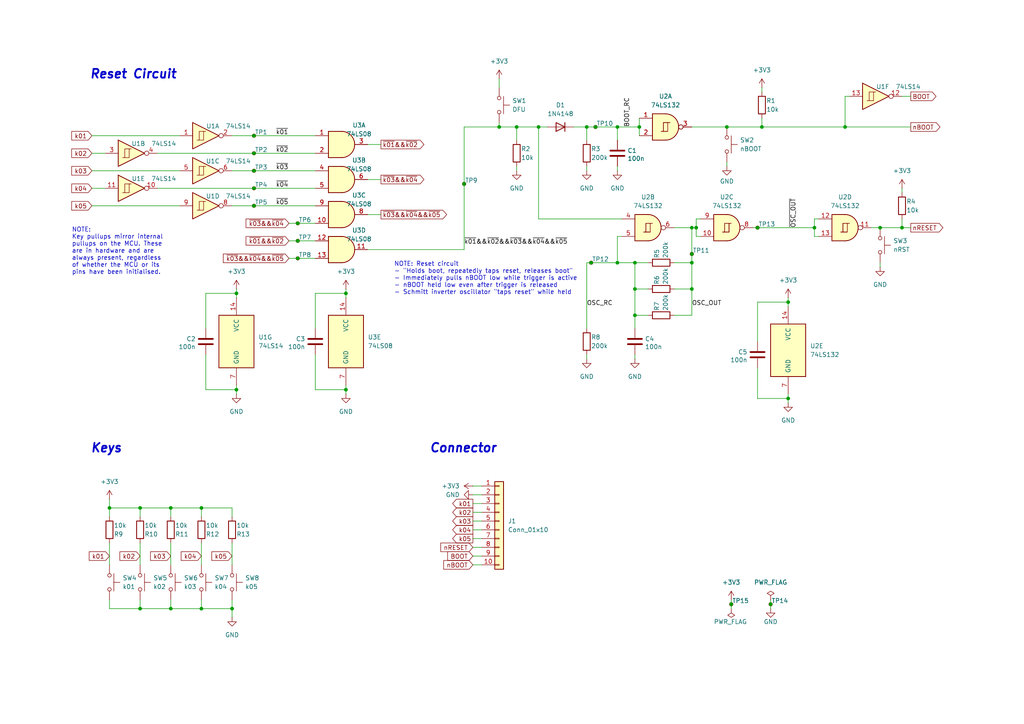
<source format=kicad_sch>
(kicad_sch (version 20231120) (generator "eeschema") (generator_version "8.0")
  (paper "A4")
  (lib_symbols
    (symbol "74xx:74LS08" (pin_names (offset 1.016))
      (property "Reference" "U" (at 0 1.27 0))
      (property "Value" "74LS08" (at 0 -1.27 0))
      (symbol "74LS08_1_1"
        (pin input line (at -7.62 2.54 0) (length 3.81) (name "~") (number "1"))
        (pin input line (at -7.62 -2.54 0) (length 3.81) (name "~") (number "2"))
        (pin output line (at 7.62 0 180) (length 3.81) (name "~") (number "3"))
      )
      (symbol "74LS08_1_2"
        (pin input inverted (at -7.62 2.54 0) (length 4.318) (name "~") (number "1"))
        (pin input inverted (at -7.62 -2.54 0) (length 4.318) (name "~") (number "2"))
        (pin output inverted (at 7.62 0 180) (length 3.81) (name "~") (number "3"))
      )
      (symbol "74LS08_2_1"
        (pin input line (at -7.62 2.54 0) (length 3.81) (name "~") (number "4"))
        (pin input line (at -7.62 -2.54 0) (length 3.81) (name "~") (number "5"))
        (pin output line (at 7.62 0 180) (length 3.81) (name "~") (number "6"))
      )
      (symbol "74LS08_2_2"
        (pin input inverted (at -7.62 2.54 0) (length 4.318) (name "~") (number "4"))
        (pin input inverted (at -7.62 -2.54 0) (length 4.318) (name "~") (number "5"))
        (pin output inverted (at 7.62 0 180) (length 3.81) (name "~") (number "6"))
      )
      (symbol "74LS08_3_1"
        (pin input line (at -7.62 -2.54 0) (length 3.81) (name "~") (number "10"))
        (pin output line (at 7.62 0 180) (length 3.81) (name "~") (number "8"))
        (pin input line (at -7.62 2.54 0) (length 3.81) (name "~") (number "9"))
      )
      (symbol "74LS08_3_2"
        (pin input inverted (at -7.62 -2.54 0) (length 4.318) (name "~") (number "10"))
        (pin output inverted (at 7.62 0 180) (length 3.81) (name "~") (number "8"))
        (pin input inverted (at -7.62 2.54 0) (length 4.318) (name "~") (number "9"))
      )
      (symbol "74LS08_4_1"
        (pin output line (at 7.62 0 180) (length 3.81) (name "~") (number "11"))
        (pin input line (at -7.62 2.54 0) (length 3.81) (name "~") (number "12"))
        (pin input line (at -7.62 -2.54 0) (length 3.81) (name "~") (number "13"))
      )
      (symbol "74LS08_4_2"
        (pin output inverted (at 7.62 0 180) (length 3.81) (name "~") (number "11"))
        (pin input inverted (at -7.62 2.54 0) (length 4.318) (name "~") (number "12"))
        (pin input inverted (at -7.62 -2.54 0) (length 4.318) (name "~") (number "13"))
      )
      (symbol "74LS08_5_0"
        (pin power_in line (at 0 12.7 270) (length 5.08) (name "VCC") (number "14"))
        (pin power_in line (at 0 -12.7 90) (length 5.08) (name "GND") (number "7"))
      )
    )
    (symbol "74xx:74LS132" (pin_names (offset 1.016))
      (property "Reference" "U" (at 0 1.27 0))
      (property "Value" "74LS132" (at 0 -1.27 0))
      (symbol "74LS132_1_1"
        (pin input line (at -7.62 2.54 0) (length 3.81) (name "~") (number "1"))
        (pin input line (at -7.62 -2.54 0) (length 3.81) (name "~") (number "2"))
        (pin output inverted (at 7.62 0 180) (length 3.81) (name "~") (number "3"))
      )
      (symbol "74LS132_1_2"
        (pin input inverted (at -7.62 2.54 0) (length 4.318) (name "~") (number "1"))
        (pin input inverted (at -7.62 -2.54 0) (length 4.318) (name "~") (number "2"))
        (pin output line (at 7.62 0 180) (length 3.81) (name "~") (number "3"))
      )
      (symbol "74LS132_2_1"
        (pin input line (at -7.62 2.54 0) (length 3.81) (name "~") (number "4"))
        (pin input line (at -7.62 -2.54 0) (length 3.81) (name "~") (number "5"))
        (pin output inverted (at 7.62 0 180) (length 3.81) (name "~") (number "6"))
      )
      (symbol "74LS132_2_2"
        (pin input inverted (at -7.62 2.54 0) (length 4.318) (name "~") (number "4"))
        (pin input inverted (at -7.62 -2.54 0) (length 4.318) (name "~") (number "5"))
        (pin output line (at 7.62 0 180) (length 3.81) (name "~") (number "6"))
      )
      (symbol "74LS132_3_1"
        (pin input line (at -7.62 -2.54 0) (length 3.81) (name "~") (number "10"))
        (pin output inverted (at 7.62 0 180) (length 3.81) (name "~") (number "8"))
        (pin input line (at -7.62 2.54 0) (length 3.81) (name "~") (number "9"))
      )
      (symbol "74LS132_3_2"
        (pin input inverted (at -7.62 -2.54 0) (length 4.318) (name "~") (number "10"))
        (pin output line (at 7.62 0 180) (length 3.81) (name "~") (number "8"))
        (pin input inverted (at -7.62 2.54 0) (length 4.318) (name "~") (number "9"))
      )
      (symbol "74LS132_4_1"
        (pin output inverted (at 7.62 0 180) (length 3.81) (name "~") (number "11"))
        (pin input line (at -7.62 2.54 0) (length 3.81) (name "~") (number "12"))
        (pin input line (at -7.62 -2.54 0) (length 3.81) (name "~") (number "13"))
      )
      (symbol "74LS132_4_2"
        (pin output line (at 7.62 0 180) (length 3.81) (name "~") (number "11"))
        (pin input inverted (at -7.62 2.54 0) (length 4.318) (name "~") (number "12"))
        (pin input inverted (at -7.62 -2.54 0) (length 4.318) (name "~") (number "13"))
      )
      (symbol "74LS132_5_0"
        (pin power_in line (at 0 12.7 270) (length 5.08) (name "VCC") (number "14"))
        (pin power_in line (at 0 -12.7 90) (length 5.08) (name "GND") (number "7"))
      )
    )
    (symbol "74xx:74LS14" (pin_names (offset 1.016))
      (property "Reference" "U" (at 0 1.27 0))
      (property "Value" "74LS14" (at 0 -1.27 0))
      (symbol "74LS14_1_0"
        (pin input line (at -7.62 0 0) (length 3.81) (name "~") (number "1"))
        (pin output inverted (at 7.62 0 180) (length 3.81) (name "~") (number "2"))
      )
      (symbol "74LS14_2_0"
        (pin input line (at -7.62 0 0) (length 3.81) (name "~") (number "3"))
        (pin output inverted (at 7.62 0 180) (length 3.81) (name "~") (number "4"))
      )
      (symbol "74LS14_3_0"
        (pin input line (at -7.62 0 0) (length 3.81) (name "~") (number "5"))
        (pin output inverted (at 7.62 0 180) (length 3.81) (name "~") (number "6"))
      )
      (symbol "74LS14_4_0"
        (pin output inverted (at 7.62 0 180) (length 3.81) (name "~") (number "8"))
        (pin input line (at -7.62 0 0) (length 3.81) (name "~") (number "9"))
      )
      (symbol "74LS14_5_0"
        (pin output inverted (at 7.62 0 180) (length 3.81) (name "~") (number "10"))
        (pin input line (at -7.62 0 0) (length 3.81) (name "~") (number "11"))
      )
      (symbol "74LS14_6_0"
        (pin output inverted (at 7.62 0 180) (length 3.81) (name "~") (number "12"))
        (pin input line (at -7.62 0 0) (length 3.81) (name "~") (number "13"))
      )
      (symbol "74LS14_7_0"
        (pin power_in line (at 0 12.7 270) (length 5.08) (name "VCC") (number "14"))
        (pin power_in line (at 0 -12.7 90) (length 5.08) (name "GND") (number "7"))
      )
    )
    (symbol "Connector:TestPoint_Small" (pin_numbers hide) (pin_names (offset 0.762) hide)
      (property "Reference" "TP" (at 0 3.81 0))
      (property "Value" "TestPoint_Small" (at 0 2.032 0))
      (symbol "TestPoint_Small_1_1"
        (pin passive line (at 0 0 90) (length 0) (name "1") (number "1"))
      )
    )
    (symbol "Connector_Generic:Conn_01x10" (pin_names (offset 1.016) hide)
      (property "Reference" "J" (at 0 12.7 0))
      (property "Value" "Conn_01x10" (at 0 -15.24 0))
      (symbol "Conn_01x10_1_1"
        (pin passive line (at -5.08 10.16 0) (length 3.81) (name "Pin_1") (number "1"))
        (pin passive line (at -5.08 -12.7 0) (length 3.81) (name "Pin_10") (number "10"))
        (pin passive line (at -5.08 7.62 0) (length 3.81) (name "Pin_2") (number "2"))
        (pin passive line (at -5.08 5.08 0) (length 3.81) (name "Pin_3") (number "3"))
        (pin passive line (at -5.08 2.54 0) (length 3.81) (name "Pin_4") (number "4"))
        (pin passive line (at -5.08 0 0) (length 3.81) (name "Pin_5") (number "5"))
        (pin passive line (at -5.08 -2.54 0) (length 3.81) (name "Pin_6") (number "6"))
        (pin passive line (at -5.08 -5.08 0) (length 3.81) (name "Pin_7") (number "7"))
        (pin passive line (at -5.08 -7.62 0) (length 3.81) (name "Pin_8") (number "8"))
        (pin passive line (at -5.08 -10.16 0) (length 3.81) (name "Pin_9") (number "9"))
      )
    )
    (symbol "Device:C" (pin_numbers hide) (pin_names (offset 0.254))
      (property "Reference" "C" (at 0.635 2.54 0))
      (property "Value" "C" (at 0.635 -2.54 0))
      (symbol "C_1_1"
        (pin passive line (at 0 3.81 270) (length 2.794) (name "~") (number "1"))
        (pin passive line (at 0 -3.81 90) (length 2.794) (name "~") (number "2"))
      )
    )
    (symbol "Device:D" (pin_numbers hide) (pin_names (offset 1.016) hide)
      (property "Reference" "D" (at 0 2.54 0))
      (property "Value" "D" (at 0 -2.54 0))
      (symbol "D_1_1"
        (pin passive line (at -3.81 0 0) (length 2.54) (name "K") (number "1"))
        (pin passive line (at 3.81 0 180) (length 2.54) (name "A") (number "2"))
      )
    )
    (symbol "Device:R" (pin_numbers hide) (pin_names (offset 0))
      (property "Reference" "R" (at 2.032 0 90))
      (property "Value" "R" (at 0 0 90))
      (symbol "R_1_1"
        (pin passive line (at 0 3.81 270) (length 1.27) (name "~") (number "1"))
        (pin passive line (at 0 -3.81 90) (length 1.27) (name "~") (number "2"))
      )
    )
    (symbol "Switch:SW_Push" (pin_numbers hide) (pin_names (offset 1.016) hide)
      (property "Reference" "SW" (at 1.27 2.54 0))
      (property "Value" "SW_Push" (at 0 -1.524 0))
      (symbol "SW_Push_0_1"
        (pin passive line (at -5.08 0 0) (length 2.54) (name "1") (number "1"))
        (pin passive line (at 5.08 0 180) (length 2.54) (name "2") (number "2"))
      )
    )
    (symbol "power:+3V3" (power) (pin_numbers hide) (pin_names (offset 0) hide)
      (property "Value" "+3V3" (at 0 3.556 0))
      (symbol "+3V3_1_1"
        (pin power_in line (at 0 0 90) (length 0) (name "~") (number "1"))
      )
    )
    (symbol "power:GND" (power) (pin_numbers hide) (pin_names (offset 0) hide)
      (property "Value" "GND" (at 0 -3.81 0))
      (symbol "GND_1_1"
        (pin power_in line (at 0 0 270) (length 0) (name "~") (number "1"))
      )
    )
    (symbol "power:PWR_FLAG" (power) (pin_numbers hide) (pin_names (offset 0) hide)
      (property "Value" "PWR_FLAG" (at 0 3.81 0))
      (symbol "PWR_FLAG_0_0"
        (pin power_out line (at 0 0 90) (length 0) (name "~") (number "1"))
      )
    )
  )
  (junction (at 40.64 147.32))
  (junction (at 219.71 66.04))
  (junction (at 261.62 66.04))
  (junction (at 201.93 66.04))
  (junction (at 171.45 76.2))
  (junction (at 149.86 36.83))
  (junction (at 170.18 36.83))
  (junction (at 73.66 59.69))
  (junction (at 58.42 147.32))
  (junction (at 184.15 76.2))
  (junction (at 73.66 49.53))
  (junction (at 100.33 113.03))
  (junction (at 67.31 176.53))
  (junction (at 144.78 36.83))
  (junction (at 86.36 69.85))
  (junction (at 200.66 76.2))
  (junction (at 73.66 44.45))
  (junction (at 68.58 113.03))
  (junction (at 100.33 85.09))
  (junction (at 220.98 36.83))
  (junction (at 49.53 176.53))
  (junction (at 185.42 36.83))
  (junction (at 86.36 74.93))
  (junction (at 40.64 176.53))
  (junction (at 184.15 83.82))
  (junction (at 245.11 36.83))
  (junction (at 156.21 36.83))
  (junction (at 212.09 175.26))
  (junction (at 255.27 66.04))
  (junction (at 73.66 39.37))
  (junction (at 31.75 147.32))
  (junction (at 58.42 176.53))
  (junction (at 172.72 36.83))
  (junction (at 228.6 115.57))
  (junction (at 134.62 53.34))
  (junction (at 68.58 85.09))
  (junction (at 179.07 76.2))
  (junction (at 179.07 36.83))
  (junction (at 200.66 83.82))
  (junction (at 49.53 147.32))
  (junction (at 228.6 87.63))
  (junction (at 200.66 66.04))
  (junction (at 210.82 36.83))
  (junction (at 223.52 175.26))
  (junction (at 184.15 91.44))
  (junction (at 86.36 64.77))
  (junction (at 73.66 54.61))
  (junction (at 200.66 73.66))
  (junction (at 236.22 66.04))
  (wire (pts (xy 170.18 76.2) (xy 170.18 95.25)))
  (wire (pts (xy 86.36 74.93) (xy 91.44 74.93)))
  (wire (pts (xy 218.44 66.04) (xy 219.71 66.04)))
  (wire (pts (xy 110.49 62.23) (xy 106.68 62.23)))
  (wire (pts (xy 68.58 85.09) (xy 68.58 86.36)))
  (wire (pts (xy 49.53 149.86) (xy 49.53 147.32)))
  (wire (pts (xy 201.93 63.5) (xy 203.2 63.5)))
  (wire (pts (xy 261.62 63.5) (xy 261.62 66.04)))
  (wire (pts (xy 219.71 87.63) (xy 219.71 99.06)))
  (wire (pts (xy 172.72 36.83) (xy 179.07 36.83)))
  (wire (pts (xy 195.58 66.04) (xy 200.66 66.04)))
  (wire (pts (xy 219.71 106.68) (xy 219.71 115.57)))
  (wire (pts (xy 58.42 147.32) (xy 67.31 147.32)))
  (wire (pts (xy 156.21 36.83) (xy 156.21 63.5)))
  (wire (pts (xy 49.53 173.99) (xy 49.53 176.53)))
  (wire (pts (xy 31.75 144.78) (xy 31.75 147.32)))
  (wire (pts (xy 219.71 115.57) (xy 228.6 115.57)))
  (wire (pts (xy 40.64 176.53) (xy 49.53 176.53)))
  (wire (pts (xy 228.6 115.57) (xy 228.6 116.84)))
  (wire (pts (xy 200.66 91.44) (xy 200.66 83.82)))
  (wire (pts (xy 166.37 36.83) (xy 170.18 36.83)))
  (wire (pts (xy 31.75 149.86) (xy 31.75 147.32)))
  (wire (pts (xy 91.44 85.09) (xy 100.33 85.09)))
  (wire (pts (xy 236.22 63.5) (xy 237.49 63.5)))
  (wire (pts (xy 144.78 35.56) (xy 144.78 36.83)))
  (wire (pts (xy 236.22 68.58) (xy 237.49 68.58)))
  (wire (pts (xy 139.7 140.97) (xy 137.16 140.97)))
  (wire (pts (xy 73.66 39.37) (xy 91.44 39.37)))
  (wire (pts (xy 139.7 156.21) (xy 137.16 156.21)))
  (wire (pts (xy 134.62 36.83) (xy 144.78 36.83)))
  (wire (pts (xy 100.33 83.82) (xy 100.33 85.09)))
  (wire (pts (xy 31.75 157.48) (xy 31.75 163.83)))
  (wire (pts (xy 139.7 158.75) (xy 137.16 158.75)))
  (wire (pts (xy 149.86 36.83) (xy 156.21 36.83)))
  (wire (pts (xy 40.64 157.48) (xy 40.64 163.83)))
  (wire (pts (xy 68.58 113.03) (xy 68.58 114.3)))
  (wire (pts (xy 67.31 176.53) (xy 67.31 173.99)))
  (wire (pts (xy 195.58 76.2) (xy 200.66 76.2)))
  (wire (pts (xy 184.15 91.44) (xy 187.96 91.44)))
  (wire (pts (xy 223.52 175.26) (xy 223.52 176.53)))
  (wire (pts (xy 179.07 68.58) (xy 179.07 76.2)))
  (wire (pts (xy 179.07 76.2) (xy 184.15 76.2)))
  (wire (pts (xy 179.07 40.64) (xy 179.07 36.83)))
  (wire (pts (xy 171.45 76.2) (xy 179.07 76.2)))
  (wire (pts (xy 185.42 34.29) (xy 185.42 36.83)))
  (wire (pts (xy 59.69 85.09) (xy 68.58 85.09)))
  (wire (pts (xy 67.31 157.48) (xy 67.31 163.83)))
  (wire (pts (xy 49.53 147.32) (xy 58.42 147.32)))
  (wire (pts (xy 223.52 173.99) (xy 223.52 175.26)))
  (wire (pts (xy 45.72 54.61) (xy 73.66 54.61)))
  (wire (pts (xy 144.78 36.83) (xy 149.86 36.83)))
  (wire (pts (xy 201.93 68.58) (xy 203.2 68.58)))
  (wire (pts (xy 58.42 176.53) (xy 67.31 176.53)))
  (wire (pts (xy 185.42 39.37) (xy 185.42 36.83)))
  (wire (pts (xy 26.67 44.45) (xy 30.48 44.45)))
  (wire (pts (xy 179.07 48.26) (xy 179.07 49.53)))
  (wire (pts (xy 228.6 114.3) (xy 228.6 115.57)))
  (wire (pts (xy 58.42 173.99) (xy 58.42 176.53)))
  (wire (pts (xy 184.15 102.87) (xy 184.15 104.14)))
  (wire (pts (xy 170.18 36.83) (xy 172.72 36.83)))
  (wire (pts (xy 255.27 76.2) (xy 255.27 77.47)))
  (wire (pts (xy 245.11 36.83) (xy 264.16 36.83)))
  (wire (pts (xy 40.64 147.32) (xy 49.53 147.32)))
  (wire (pts (xy 73.66 59.69) (xy 91.44 59.69)))
  (wire (pts (xy 245.11 27.94) (xy 245.11 36.83)))
  (wire (pts (xy 228.6 87.63) (xy 228.6 88.9)))
  (wire (pts (xy 179.07 68.58) (xy 180.34 68.58)))
  (wire (pts (xy 201.93 63.5) (xy 201.93 66.04)))
  (wire (pts (xy 261.62 27.94) (xy 264.16 27.94)))
  (wire (pts (xy 220.98 36.83) (xy 245.11 36.83)))
  (wire (pts (xy 149.86 48.26) (xy 149.86 49.53)))
  (wire (pts (xy 86.36 64.77) (xy 91.44 64.77)))
  (wire (pts (xy 31.75 176.53) (xy 40.64 176.53)))
  (wire (pts (xy 68.58 111.76) (xy 68.58 113.03)))
  (wire (pts (xy 67.31 49.53) (xy 73.66 49.53)))
  (wire (pts (xy 83.82 69.85) (xy 86.36 69.85)))
  (wire (pts (xy 91.44 102.87) (xy 91.44 113.03)))
  (wire (pts (xy 26.67 49.53) (xy 52.07 49.53)))
  (wire (pts (xy 195.58 83.82) (xy 200.66 83.82)))
  (wire (pts (xy 134.62 53.34) (xy 134.62 72.39)))
  (wire (pts (xy 100.33 113.03) (xy 91.44 113.03)))
  (wire (pts (xy 67.31 176.53) (xy 67.31 179.07)))
  (wire (pts (xy 31.75 173.99) (xy 31.75 176.53)))
  (wire (pts (xy 200.66 66.04) (xy 201.93 66.04)))
  (wire (pts (xy 184.15 76.2) (xy 187.96 76.2)))
  (wire (pts (xy 200.66 73.66) (xy 200.66 66.04)))
  (wire (pts (xy 236.22 63.5) (xy 236.22 66.04)))
  (wire (pts (xy 58.42 149.86) (xy 58.42 147.32)))
  (wire (pts (xy 49.53 176.53) (xy 58.42 176.53)))
  (wire (pts (xy 261.62 66.04) (xy 264.16 66.04)))
  (wire (pts (xy 195.58 91.44) (xy 200.66 91.44)))
  (wire (pts (xy 246.38 27.94) (xy 245.11 27.94)))
  (wire (pts (xy 86.36 69.85) (xy 91.44 69.85)))
  (wire (pts (xy 139.7 151.13) (xy 137.16 151.13)))
  (wire (pts (xy 91.44 85.09) (xy 91.44 95.25)))
  (wire (pts (xy 184.15 95.25) (xy 184.15 91.44)))
  (wire (pts (xy 210.82 46.99) (xy 210.82 48.26)))
  (wire (pts (xy 83.82 74.93) (xy 86.36 74.93)))
  (wire (pts (xy 73.66 44.45) (xy 91.44 44.45)))
  (wire (pts (xy 139.7 161.29) (xy 137.16 161.29)))
  (wire (pts (xy 170.18 102.87) (xy 170.18 104.14)))
  (wire (pts (xy 139.7 143.51) (xy 137.16 143.51)))
  (wire (pts (xy 31.75 147.32) (xy 40.64 147.32)))
  (wire (pts (xy 228.6 86.36) (xy 228.6 87.63)))
  (wire (pts (xy 139.7 148.59) (xy 137.16 148.59)))
  (wire (pts (xy 220.98 34.29) (xy 220.98 36.83)))
  (wire (pts (xy 219.71 66.04) (xy 236.22 66.04)))
  (wire (pts (xy 26.67 54.61) (xy 30.48 54.61)))
  (wire (pts (xy 184.15 83.82) (xy 184.15 76.2)))
  (wire (pts (xy 68.58 113.03) (xy 59.69 113.03)))
  (wire (pts (xy 68.58 83.82) (xy 68.58 85.09)))
  (wire (pts (xy 58.42 157.48) (xy 58.42 163.83)))
  (wire (pts (xy 149.86 36.83) (xy 149.86 40.64)))
  (wire (pts (xy 59.69 85.09) (xy 59.69 95.25)))
  (wire (pts (xy 59.69 102.87) (xy 59.69 113.03)))
  (wire (pts (xy 179.07 36.83) (xy 185.42 36.83)))
  (wire (pts (xy 212.09 173.99) (xy 212.09 175.26)))
  (wire (pts (xy 100.33 113.03) (xy 100.33 114.3)))
  (wire (pts (xy 220.98 25.4) (xy 220.98 26.67)))
  (wire (pts (xy 134.62 72.39) (xy 106.68 72.39)))
  (wire (pts (xy 26.67 39.37) (xy 52.07 39.37)))
  (wire (pts (xy 26.67 59.69) (xy 52.07 59.69)))
  (wire (pts (xy 110.49 41.91) (xy 106.68 41.91)))
  (wire (pts (xy 73.66 49.53) (xy 91.44 49.53)))
  (wire (pts (xy 134.62 36.83) (xy 134.62 53.34)))
  (wire (pts (xy 184.15 91.44) (xy 184.15 83.82)))
  (wire (pts (xy 100.33 85.09) (xy 100.33 86.36)))
  (wire (pts (xy 110.49 52.07) (xy 106.68 52.07)))
  (wire (pts (xy 219.71 87.63) (xy 228.6 87.63)))
  (wire (pts (xy 144.78 22.86) (xy 144.78 25.4)))
  (wire (pts (xy 210.82 36.83) (xy 220.98 36.83)))
  (wire (pts (xy 139.7 163.83) (xy 137.16 163.83)))
  (wire (pts (xy 184.15 83.82) (xy 187.96 83.82)))
  (wire (pts (xy 200.66 36.83) (xy 210.82 36.83)))
  (wire (pts (xy 67.31 39.37) (xy 73.66 39.37)))
  (wire (pts (xy 73.66 54.61) (xy 91.44 54.61)))
  (wire (pts (xy 170.18 76.2) (xy 171.45 76.2)))
  (wire (pts (xy 156.21 36.83) (xy 158.75 36.83)))
  (wire (pts (xy 252.73 66.04) (xy 255.27 66.04)))
  (wire (pts (xy 200.66 83.82) (xy 200.66 76.2)))
  (wire (pts (xy 170.18 36.83) (xy 170.18 40.64)))
  (wire (pts (xy 201.93 66.04) (xy 201.93 68.58)))
  (wire (pts (xy 100.33 111.76) (xy 100.33 113.03)))
  (wire (pts (xy 83.82 64.77) (xy 86.36 64.77)))
  (wire (pts (xy 139.7 146.05) (xy 137.16 146.05)))
  (wire (pts (xy 139.7 153.67) (xy 137.16 153.67)))
  (wire (pts (xy 45.72 44.45) (xy 73.66 44.45)))
  (wire (pts (xy 212.09 175.26) (xy 212.09 176.53)))
  (wire (pts (xy 261.62 55.88) (xy 261.62 54.61)))
  (wire (pts (xy 255.27 66.04) (xy 261.62 66.04)))
  (wire (pts (xy 40.64 173.99) (xy 40.64 176.53)))
  (wire (pts (xy 200.66 76.2) (xy 200.66 73.66)))
  (wire (pts (xy 40.64 149.86) (xy 40.64 147.32)))
  (wire (pts (xy 67.31 147.32) (xy 67.31 149.86)))
  (wire (pts (xy 180.34 63.5) (xy 156.21 63.5)))
  (wire (pts (xy 236.22 66.04) (xy 236.22 68.58)))
  (wire (pts (xy 170.18 48.26) (xy 170.18 49.53)))
  (wire (pts (xy 49.53 157.48) (xy 49.53 163.83)))
  (wire (pts (xy 67.31 59.69) (xy 73.66 59.69)))
  (text "NOTE: Reset circuit\n- \"Holds boot, repeatedly taps reset, releases boot\"\n- Immediately pulls nBOOT low while trigger is active\n- nBOOT held low even after trigger is released\n- Schmitt inverter oscillator \"taps reset\" while held" (at 114.3 85.598 0) (effects (font (size 1.27 1.27)) (justify left bottom)))
  (text "Reset Circuit" (at 25.908 23.114 0) (effects (font (size 2.54 2.54) (thickness 0.508) (bold yes) (italic yes)) (justify left bottom)))
  (text "Keys" (at 26.162 131.572 0) (effects (font (size 2.54 2.54) (thickness 0.508) (bold yes) (italic yes)) (justify left bottom)))
  (text "NOTE:\nKey pullups mirror internal\npullups on the MCU. These \nare in hardware and are \nalways present, regardless\nof whether the MCU or its\npins have been initialised." (at 20.828 79.756 0) (effects (font (size 1.27 1.27)) (justify left bottom)))
  (text "Connector" (at 124.46 131.572 0) (effects (font (size 2.54 2.54) (thickness 0.508) (bold yes) (italic yes)) (justify left bottom)))
  (label "~{k04}" (at 80.01 54.61 0))
  (label "~{k01}" (at 80.01 39.37 0))
  (label "OSC_RC" (at 170.18 88.9 0))
  (label "~{OSC_OUT}" (at 231.14 66.04 90))
  (label "~{k03}" (at 80.01 49.53 0))
  (label "BOOT_RC" (at 182.88 36.83 90))
  (label "~{k05}" (at 80.01 59.69 0))
  (label "OSC_OUT" (at 200.66 88.9 0))
  (label "~{k01}&&~{k02}&&~{k03}&&~{k04}&&~{k05}" (at 134.62 71.12 0))
  (label "~{k02}" (at 80.01 44.45 0))
  (global_label "~{k01}&&~{k02}" (shape input) (at 83.82 69.85 180) (property "Intersheetrefs" "${INTERSHEET_REFS}" (effects (hide yes))))
  (global_label "k03" (shape output) (at 137.16 151.13 180) (property "Intersheetrefs" "${INTERSHEET_REFS}" (effects (hide yes))))
  (global_label "BOOT" (shape input) (at 137.16 161.29 180) (property "Intersheetrefs" "${INTERSHEET_REFS}" (effects (hide yes))))
  (global_label "~{k03}&&~{k04}&&~{k05}" (shape input) (at 83.82 74.93 180) (property "Intersheetrefs" "${INTERSHEET_REFS}" (effects (hide yes))))
  (global_label "~{k01}&&~{k02}" (shape output) (at 110.49 41.91 0) (property "Intersheetrefs" "${INTERSHEET_REFS}" (effects (hide yes))))
  (global_label "k04" (shape input) (at 26.67 54.61 180) (property "Intersheetrefs" "${INTERSHEET_REFS}" (effects (hide yes))))
  (global_label "k04" (shape input) (at 58.42 161.29 180) (property "Intersheetrefs" "${INTERSHEET_REFS}" (effects (hide yes))))
  (global_label "~{k03}&&~{k04}&&~{k05}" (shape output) (at 110.49 62.23 0) (property "Intersheetrefs" "${INTERSHEET_REFS}" (effects (hide yes))))
  (global_label "k02" (shape input) (at 26.67 44.45 180) (property "Intersheetrefs" "${INTERSHEET_REFS}" (effects (hide yes))))
  (global_label "~{k03}&&~{k04}" (shape output) (at 110.49 52.07 0) (property "Intersheetrefs" "${INTERSHEET_REFS}" (effects (hide yes))))
  (global_label "k05" (shape input) (at 26.67 59.69 180) (property "Intersheetrefs" "${INTERSHEET_REFS}" (effects (hide yes))))
  (global_label "k03" (shape input) (at 26.67 49.53 180) (property "Intersheetrefs" "${INTERSHEET_REFS}" (effects (hide yes))))
  (global_label "nRESET" (shape input) (at 137.16 158.75 180) (property "Intersheetrefs" "${INTERSHEET_REFS}" (effects (hide yes))))
  (global_label "k01" (shape output) (at 137.16 146.05 180) (property "Intersheetrefs" "${INTERSHEET_REFS}" (effects (hide yes))))
  (global_label "k01" (shape input) (at 26.67 39.37 180) (property "Intersheetrefs" "${INTERSHEET_REFS}" (effects (hide yes))))
  (global_label "k03" (shape input) (at 49.53 161.29 180) (property "Intersheetrefs" "${INTERSHEET_REFS}" (effects (hide yes))))
  (global_label "nBOOT" (shape output) (at 264.16 36.83 0) (property "Intersheetrefs" "${INTERSHEET_REFS}" (effects (hide yes))))
  (global_label "k04" (shape output) (at 137.16 153.67 180) (property "Intersheetrefs" "${INTERSHEET_REFS}" (effects (hide yes))))
  (global_label "k02" (shape input) (at 40.64 161.29 180) (property "Intersheetrefs" "${INTERSHEET_REFS}" (effects (hide yes))))
  (global_label "k02" (shape output) (at 137.16 148.59 180) (property "Intersheetrefs" "${INTERSHEET_REFS}" (effects (hide yes))))
  (global_label "k05" (shape input) (at 67.31 161.29 180) (property "Intersheetrefs" "${INTERSHEET_REFS}" (effects (hide yes))))
  (global_label "~{k03}&&~{k04}" (shape input) (at 83.82 64.77 180) (property "Intersheetrefs" "${INTERSHEET_REFS}" (effects (hide yes))))
  (global_label "nRESET" (shape output) (at 264.16 66.04 0) (property "Intersheetrefs" "${INTERSHEET_REFS}" (effects (hide yes))))
  (global_label "BOOT" (shape output) (at 264.16 27.94 0) (property "Intersheetrefs" "${INTERSHEET_REFS}" (effects (hide yes))))
  (global_label "nBOOT" (shape input) (at 137.16 163.83 180) (property "Intersheetrefs" "${INTERSHEET_REFS}" (effects (hide yes))))
  (global_label "k01" (shape input) (at 31.75 161.29 180) (property "Intersheetrefs" "${INTERSHEET_REFS}" (effects (hide yes))))
  (global_label "k05" (shape output) (at 137.16 156.21 180) (property "Intersheetrefs" "${INTERSHEET_REFS}" (effects (hide yes))))
  (symbol (lib_id "Device:R") (at 191.77 83.82 270) (unit 1)
    (property "Reference" "R6" (at 190.5 82.55 0) (effects (justify right)))
    (property "Value" "200k" (at 193.04 82.55 0) (effects (justify right)))
    (property "Footprint" "Resistor_SMD:R_0402_1005Metric" (effects (hide yes)))
    (property "LCSC" "C25764" (effects (hide yes)))
  )
  (symbol (lib_id "Connector:TestPoint_Small") (at 200.66 73.66 0) (unit 1)
    (property "Reference" "TP11" (at 200.914 72.644 0) (effects (justify left)))
    (property "Value" "TestPoint_Small" (effects (hide yes)))
    (property "Footprint" "TestPoint:TestPoint_Loop_D3.50mm_Drill1.4mm_Beaded" (effects (hide yes)))
    (property "Description" "test point" (effects (hide yes)))
  )
  (symbol (lib_id "74xx:74LS14") (at 59.69 39.37 0) (unit 1)
    (property "Reference" "U1" (at 61.722 36.576 0))
    (property "Value" "74LS14" (at 69.088 36.576 0))
    (property "Footprint" "Package_SO:SOIC-14_3.9x8.7mm_P1.27mm" (effects (hide yes)))
    (property "Datasheet" "http://www.ti.com/lit/gpn/sn74LS14" (effects (hide yes)))
    (property "Description" "Hex inverter schmitt trigger" (effects (hide yes)))
    (property "LCSC" "C5605" (effects (hide yes)))
  )
  (symbol (lib_id "74xx:74LS08") (at 99.06 62.23 0) (unit 3)
    (property "Reference" "U3" (at 104.14 56.642 0))
    (property "Value" "74LS08" (at 104.14 59.182 0))
    (property "Footprint" "Package_SO:SOIC-14_3.9x8.7mm_P1.27mm" (effects (hide yes)))
    (property "Datasheet" "http://www.ti.com/lit/gpn/sn74LS08" (effects (hide yes)))
    (property "Description" "Quad And2" (effects (hide yes)))
    (property "LCSC" "C5593" (effects (hide yes)))
  )
  (symbol (lib_id "power:+3V3") (at 261.62 54.61 0) (unit 1)
    (property "Reference" "#PWR07" (effects (hide yes)))
    (property "Value" "+3V3" (at 261.62 49.53 0))
    (property "Description" "Power symbol creates a global label with name \"+3V3\"" (effects (hide yes)))
  )
  (symbol (lib_id "Device:R") (at 49.53 153.67 0) (mirror y) (unit 1)
    (property "Reference" "R11" (at 50.8 154.94 0) (effects (justify right)))
    (property "Value" "10k" (at 50.8 152.4 0) (effects (justify right)))
    (property "Footprint" "Resistor_SMD:R_0402_1005Metric" (effects (hide yes)))
    (property "LCSC" "C25764" (effects (hide yes)))
  )
  (symbol (lib_id "Connector:TestPoint_Small") (at 134.62 53.34 0) (unit 1)
    (property "Reference" "TP9" (at 134.874 52.324 0) (effects (justify left)))
    (property "Value" "TestPoint_Small" (effects (hide yes)))
    (property "Footprint" "TestPoint:TestPoint_Loop_D3.50mm_Drill1.4mm_Beaded" (effects (hide yes)))
    (property "Description" "test point" (effects (hide yes)))
  )
  (symbol (lib_id "Device:R") (at 170.18 99.06 180) (unit 1)
    (property "Reference" "R8" (at 171.45 97.79 0) (effects (justify right)))
    (property "Value" "200k" (at 171.45 100.33 0) (effects (justify right)))
    (property "Footprint" "Resistor_SMD:R_0402_1005Metric" (effects (hide yes)))
    (property "LCSC" "C25764" (effects (hide yes)))
  )
  (symbol (lib_id "74xx:74LS132") (at 210.82 66.04 0) (unit 3)
    (property "Reference" "U2" (at 210.8117 57.15 0))
    (property "Value" "74LS132" (at 210.8117 59.69 0))
    (property "Footprint" "Package_SO:SOIC-14_3.9x8.7mm_P1.27mm" (effects (hide yes)))
    (property "Datasheet" "http://www.ti.com/lit/gpn/sn74LS132" (effects (hide yes)))
    (property "Description" "Quad 2-input NAND Schmitt trigger" (effects (hide yes)))
    (property "LCSC" "C7332" (effects (hide yes)))
  )
  (symbol (lib_id "power:+3V3") (at 144.78 22.86 0) (unit 1)
    (property "Reference" "#PWR01" (effects (hide yes)))
    (property "Value" "+3V3" (at 144.78 17.78 0))
    (property "Description" "Power symbol creates a global label with name \"+3V3\"" (effects (hide yes)))
  )
  (symbol (lib_id "Connector:TestPoint_Small") (at 212.09 175.26 0) (unit 1)
    (property "Reference" "TP15" (at 212.344 174.244 0) (effects (justify left)))
    (property "Value" "TestPoint_Small" (effects (hide yes)))
    (property "Footprint" "TestPoint:TestPoint_Loop_D3.50mm_Drill1.4mm_Beaded" (effects (hide yes)))
    (property "Description" "test point" (effects (hide yes)))
  )
  (symbol (lib_id "Device:R") (at 31.75 153.67 0) (mirror y) (unit 1)
    (property "Reference" "R9" (at 33.02 154.94 0) (effects (justify right)))
    (property "Value" "10k" (at 33.02 152.4 0) (effects (justify right)))
    (property "Footprint" "Resistor_SMD:R_0402_1005Metric" (effects (hide yes)))
    (property "LCSC" "C25764" (effects (hide yes)))
  )
  (symbol (lib_id "Switch:SW_Push") (at 49.53 168.91 270) (unit 1)
    (property "Reference" "SW6" (at 53.34 167.64 90) (effects (justify left)))
    (property "Value" "k03" (at 53.34 170.18 90) (effects (justify left)))
    (property "Footprint" "Button_Switch_THT:SW_PUSH_6mm" (effects (hide yes)))
  )
  (symbol (lib_id "power:GND") (at 223.52 176.53 0) (unit 1)
    (property "Reference" "#PWR021" (effects (hide yes)))
    (property "Value" "GND" (at 223.52 180.34 0))
    (property "Description" "Power symbol creates a global label with name \"GND\" , ground" (effects (hide yes)))
  )
  (symbol (lib_id "Device:R") (at 149.86 44.45 180) (unit 1)
    (property "Reference" "R2" (at 151.13 43.18 0) (effects (justify right)))
    (property "Value" "10k" (at 151.13 45.72 0) (effects (justify right)))
    (property "Footprint" "Resistor_SMD:R_0402_1005Metric" (effects (hide yes)))
    (property "LCSC" "C25764" (effects (hide yes)))
  )
  (symbol (lib_id "Device:R") (at 58.42 153.67 0) (mirror y) (unit 1)
    (property "Reference" "R12" (at 59.69 154.94 0) (effects (justify right)))
    (property "Value" "10k" (at 59.69 152.4 0) (effects (justify right)))
    (property "Footprint" "Resistor_SMD:R_0402_1005Metric" (effects (hide yes)))
    (property "LCSC" "C25764" (effects (hide yes)))
  )
  (symbol (lib_id "power:+3V3") (at 137.16 140.97 90) (unit 1)
    (property "Reference" "#PWR017" (effects (hide yes)))
    (property "Value" "+3V3" (at 133.35 140.9699 90) (effects (justify left)))
    (property "Description" "Power symbol creates a global label with name \"+3V3\"" (effects (hide yes)))
  )
  (symbol (lib_id "power:+3V3") (at 220.98 25.4 0) (unit 1)
    (property "Reference" "#PWR02" (effects (hide yes)))
    (property "Value" "+3V3" (at 220.98 20.32 0))
    (property "Description" "Power symbol creates a global label with name \"+3V3\"" (effects (hide yes)))
  )
  (symbol (lib_id "Device:C") (at 179.07 44.45 0) (unit 1)
    (property "Reference" "C1" (at 181.9911 43.6891 0) (effects (justify left)))
    (property "Value" "100n" (at 181.9911 45.9878 0) (effects (justify left)))
    (property "Footprint" "Capacitor_SMD:C_0402_1005Metric" (effects (hide yes)))
    (property "LCSC" "C1525" (effects (hide yes)))
  )
  (symbol (lib_id "74xx:74LS14") (at 254 27.94 0) (unit 6)
    (property "Reference" "U1" (at 256.032 25.146 0))
    (property "Value" "74LS14" (at 263.398 25.146 0))
    (property "Footprint" "Package_SO:SOIC-14_3.9x8.7mm_P1.27mm" (effects (hide yes)))
    (property "Datasheet" "http://www.ti.com/lit/gpn/sn74LS14" (effects (hide yes)))
    (property "Description" "Hex inverter schmitt trigger" (effects (hide yes)))
    (property "LCSC" "C5605" (effects (hide yes)))
  )
  (symbol (lib_id "power:+3V3") (at 100.33 83.82 0) (unit 1)
    (property "Reference" "#PWR010" (effects (hide yes)))
    (property "Value" "+3V3" (at 100.33 78.74 0))
    (property "Description" "Power symbol creates a global label with name \"+3V3\"" (effects (hide yes)))
  )
  (symbol (lib_id "power:GND") (at 67.31 179.07 0) (mirror y) (unit 1)
    (property "Reference" "#PWR022" (effects (hide yes)))
    (property "Value" "GND" (at 67.31 184.15 0))
    (property "Description" "Power symbol creates a global label with name \"GND\" , ground" (effects (hide yes)))
  )
  (symbol (lib_id "power:+3V3") (at 228.6 86.36 0) (unit 1)
    (property "Reference" "#PWR011" (effects (hide yes)))
    (property "Value" "+3V3" (at 228.6 81.28 0))
    (property "Description" "Power symbol creates a global label with name \"+3V3\"" (effects (hide yes)))
  )
  (symbol (lib_id "Device:R") (at 191.77 91.44 270) (unit 1)
    (property "Reference" "R7" (at 190.5 90.17 0) (effects (justify right)))
    (property "Value" "200k" (at 193.04 90.17 0) (effects (justify right)))
    (property "Footprint" "Resistor_SMD:R_0402_1005Metric" (effects (hide yes)))
    (property "LCSC" "C25764" (effects (hide yes)))
  )
  (symbol (lib_id "Connector:TestPoint_Small") (at 223.52 175.26 0) (unit 1)
    (property "Reference" "TP14" (at 223.774 174.244 0) (effects (justify left)))
    (property "Value" "TestPoint_Small" (effects (hide yes)))
    (property "Footprint" "TestPoint:TestPoint_Loop_D3.50mm_Drill1.4mm_Beaded" (effects (hide yes)))
    (property "Description" "test point" (effects (hide yes)))
  )
  (symbol (lib_id "74xx:74LS14") (at 59.69 49.53 0) (unit 3)
    (property "Reference" "U1" (at 61.722 46.736 0))
    (property "Value" "74LS14" (at 69.088 46.736 0))
    (property "Footprint" "Package_SO:SOIC-14_3.9x8.7mm_P1.27mm" (effects (hide yes)))
    (property "Datasheet" "http://www.ti.com/lit/gpn/sn74LS14" (effects (hide yes)))
    (property "Description" "Hex inverter schmitt trigger" (effects (hide yes)))
    (property "LCSC" "C5605" (effects (hide yes)))
  )
  (symbol (lib_id "Switch:SW_Push") (at 58.42 168.91 270) (unit 1)
    (property "Reference" "SW7" (at 62.23 167.64 90) (effects (justify left)))
    (property "Value" "k04" (at 62.23 170.18 90) (effects (justify left)))
    (property "Footprint" "Button_Switch_THT:SW_PUSH_6mm" (effects (hide yes)))
  )
  (symbol (lib_id "74xx:74LS14") (at 59.69 59.69 0) (unit 4)
    (property "Reference" "U1" (at 61.722 56.896 0))
    (property "Value" "74LS14" (at 69.088 56.896 0))
    (property "Footprint" "Package_SO:SOIC-14_3.9x8.7mm_P1.27mm" (effects (hide yes)))
    (property "Datasheet" "http://www.ti.com/lit/gpn/sn74LS14" (effects (hide yes)))
    (property "Description" "Hex inverter schmitt trigger" (effects (hide yes)))
    (property "LCSC" "C5605" (effects (hide yes)))
  )
  (symbol (lib_id "Connector:TestPoint_Small") (at 73.66 49.53 0) (unit 1)
    (property "Reference" "TP3" (at 73.914 48.514 0) (effects (justify left)))
    (property "Value" "TestPoint_Small" (effects (hide yes)))
    (property "Footprint" "TestPoint:TestPoint_Loop_D3.50mm_Drill1.4mm_Beaded" (effects (hide yes)))
    (property "Description" "test point" (effects (hide yes)))
  )
  (symbol (lib_id "74xx:74LS14") (at 68.58 99.06 0) (unit 7)
    (property "Reference" "U1" (at 74.93 97.7899 0) (effects (justify left)))
    (property "Value" "74LS14" (at 74.93 100.3299 0) (effects (justify left)))
    (property "Footprint" "Package_SO:SOIC-14_3.9x8.7mm_P1.27mm" (effects (hide yes)))
    (property "Datasheet" "http://www.ti.com/lit/gpn/sn74LS14" (effects (hide yes)))
    (property "Description" "Hex inverter schmitt trigger" (effects (hide yes)))
    (property "LCSC" "C5605" (effects (hide yes)))
  )
  (symbol (lib_id "power:GND") (at 68.58 114.3 0) (mirror y) (unit 1)
    (property "Reference" "#PWR014" (effects (hide yes)))
    (property "Value" "GND" (at 68.58 119.38 0))
    (property "Description" "Power symbol creates a global label with name \"GND\" , ground" (effects (hide yes)))
  )
  (symbol (lib_id "Switch:SW_Push") (at 31.75 168.91 270) (unit 1)
    (property "Reference" "SW4" (at 35.56 167.64 90) (effects (justify left)))
    (property "Value" "k01" (at 35.56 170.18 90) (effects (justify left)))
    (property "Footprint" "Button_Switch_THT:SW_PUSH_6mm" (effects (hide yes)))
  )
  (symbol (lib_id "power:GND") (at 137.16 143.51 270) (mirror x) (unit 1)
    (property "Reference" "#PWR018" (effects (hide yes)))
    (property "Value" "GND" (at 133.35 143.5099 90) (effects (justify right)))
    (property "Description" "Power symbol creates a global label with name \"GND\" , ground" (effects (hide yes)))
  )
  (symbol (lib_id "74xx:74LS14") (at 38.1 54.61 0) (unit 5)
    (property "Reference" "U1" (at 40.132 51.816 0))
    (property "Value" "74LS14" (at 47.498 51.816 0))
    (property "Footprint" "Package_SO:SOIC-14_3.9x8.7mm_P1.27mm" (effects (hide yes)))
    (property "Datasheet" "http://www.ti.com/lit/gpn/sn74LS14" (effects (hide yes)))
    (property "Description" "Hex inverter schmitt trigger" (effects (hide yes)))
    (property "LCSC" "C5605" (effects (hide yes)))
  )
  (symbol (lib_id "Connector:TestPoint_Small") (at 86.36 69.85 0) (unit 1)
    (property "Reference" "TP7" (at 86.614 68.834 0) (effects (justify left)))
    (property "Value" "TestPoint_Small" (effects (hide yes)))
    (property "Footprint" "TestPoint:TestPoint_Loop_D3.50mm_Drill1.4mm_Beaded" (effects (hide yes)))
    (property "Description" "test point" (effects (hide yes)))
  )
  (symbol (lib_id "Device:C") (at 59.69 99.06 0) (mirror y) (unit 1)
    (property "Reference" "C2" (at 56.7689 98.2991 0) (effects (justify left)))
    (property "Value" "100n" (at 56.7689 100.5978 0) (effects (justify left)))
    (property "Footprint" "Capacitor_SMD:C_0402_1005Metric" (effects (hide yes)))
    (property "LCSC" "C1525" (effects (hide yes)))
  )
  (symbol (lib_id "power:PWR_FLAG") (at 212.09 176.53 180) (unit 1)
    (property "Reference" "#FLG02" (effects (hide yes)))
    (property "Value" "PWR_FLAG" (at 207.01 180.34 0) (effects (justify right)))
    (property "Description" "Special symbol for telling ERC where power comes from" (effects (hide yes)))
  )
  (symbol (lib_id "74xx:74LS132") (at 228.6 101.6 0) (unit 5)
    (property "Reference" "U2" (at 234.95 100.3299 0) (effects (justify left)))
    (property "Value" "74LS132" (at 234.95 102.8699 0) (effects (justify left)))
    (property "Footprint" "Package_SO:SOIC-14_3.9x8.7mm_P1.27mm" (effects (hide yes)))
    (property "Datasheet" "http://www.ti.com/lit/gpn/sn74LS132" (effects (hide yes)))
    (property "Description" "Quad 2-input NAND Schmitt trigger" (effects (hide yes)))
    (property "LCSC" "C7332" (effects (hide yes)))
  )
  (symbol (lib_id "Connector:TestPoint_Small") (at 73.66 59.69 0) (unit 1)
    (property "Reference" "TP5" (at 73.914 58.674 0) (effects (justify left)))
    (property "Value" "TestPoint_Small" (effects (hide yes)))
    (property "Footprint" "TestPoint:TestPoint_Loop_D3.50mm_Drill1.4mm_Beaded" (effects (hide yes)))
    (property "Description" "test point" (effects (hide yes)))
  )
  (symbol (lib_id "74xx:74LS132") (at 245.11 66.04 0) (unit 4)
    (property "Reference" "U2" (at 245.1017 57.15 0))
    (property "Value" "74LS132" (at 245.1017 59.69 0))
    (property "Footprint" "Package_SO:SOIC-14_3.9x8.7mm_P1.27mm" (effects (hide yes)))
    (property "Datasheet" "http://www.ti.com/lit/gpn/sn74LS132" (effects (hide yes)))
    (property "Description" "Quad 2-input NAND Schmitt trigger" (effects (hide yes)))
    (property "LCSC" "C7332" (effects (hide yes)))
  )
  (symbol (lib_id "Device:R") (at 261.62 59.69 180) (unit 1)
    (property "Reference" "R4" (at 262.89 58.42 0) (effects (justify right)))
    (property "Value" "10k" (at 262.89 60.96 0) (effects (justify right)))
    (property "Footprint" "Resistor_SMD:R_0402_1005Metric" (effects (hide yes)))
    (property "LCSC" "C25764" (effects (hide yes)))
  )
  (symbol (lib_id "power:+3V3") (at 68.58 83.82 0) (unit 1)
    (property "Reference" "#PWR09" (effects (hide yes)))
    (property "Value" "+3V3" (at 68.58 78.74 0))
    (property "Description" "Power symbol creates a global label with name \"+3V3\"" (effects (hide yes)))
  )
  (symbol (lib_id "Device:C") (at 91.44 99.06 0) (mirror y) (unit 1)
    (property "Reference" "C3" (at 88.5189 98.2991 0) (effects (justify left)))
    (property "Value" "100n" (at 88.5189 100.5978 0) (effects (justify left)))
    (property "Footprint" "Capacitor_SMD:C_0402_1005Metric" (effects (hide yes)))
    (property "LCSC" "C1525" (effects (hide yes)))
  )
  (symbol (lib_id "Device:C") (at 184.15 99.06 0) (unit 1)
    (property "Reference" "C4" (at 187.0711 98.2991 0) (effects (justify left)))
    (property "Value" "100n" (at 187.0711 100.5978 0) (effects (justify left)))
    (property "Footprint" "Capacitor_SMD:C_0402_1005Metric" (effects (hide yes)))
    (property "LCSC" "C1525" (effects (hide yes)))
  )
  (symbol (lib_id "power:+3V3") (at 31.75 144.78 0) (unit 1)
    (property "Reference" "#PWR019" (effects (hide yes)))
    (property "Value" "+3V3" (at 31.75 139.7 0))
    (property "Description" "Power symbol creates a global label with name \"+3V3\"" (effects (hide yes)))
  )
  (symbol (lib_id "Device:R") (at 67.31 153.67 0) (mirror y) (unit 1)
    (property "Reference" "R13" (at 68.58 154.94 0) (effects (justify right)))
    (property "Value" "10k" (at 68.58 152.4 0) (effects (justify right)))
    (property "Footprint" "Resistor_SMD:R_0402_1005Metric" (effects (hide yes)))
    (property "LCSC" "C25764" (effects (hide yes)))
  )
  (symbol (lib_id "74xx:74LS08") (at 99.06 52.07 0) (unit 2)
    (property "Reference" "U3" (at 104.14 46.482 0))
    (property "Value" "74LS08" (at 104.14 49.022 0))
    (property "Footprint" "Package_SO:SOIC-14_3.9x8.7mm_P1.27mm" (effects (hide yes)))
    (property "Datasheet" "http://www.ti.com/lit/gpn/sn74LS08" (effects (hide yes)))
    (property "Description" "Quad And2" (effects (hide yes)))
    (property "LCSC" "C5593" (effects (hide yes)))
  )
  (symbol (lib_id "74xx:74LS08") (at 100.33 99.06 0) (unit 5)
    (property "Reference" "U3" (at 106.68 97.7899 0) (effects (justify left)))
    (property "Value" "74LS08" (at 106.68 100.3299 0) (effects (justify left)))
    (property "Footprint" "Package_SO:SOIC-14_3.9x8.7mm_P1.27mm" (effects (hide yes)))
    (property "Datasheet" "http://www.ti.com/lit/gpn/sn74LS08" (effects (hide yes)))
    (property "Description" "Quad And2" (effects (hide yes)))
    (property "LCSC" "C5593" (effects (hide yes)))
  )
  (symbol (lib_id "74xx:74LS14") (at 38.1 44.45 0) (unit 2)
    (property "Reference" "U1" (at 40.132 41.656 0))
    (property "Value" "74LS14" (at 47.498 41.656 0))
    (property "Footprint" "Package_SO:SOIC-14_3.9x8.7mm_P1.27mm" (effects (hide yes)))
    (property "Datasheet" "http://www.ti.com/lit/gpn/sn74LS14" (effects (hide yes)))
    (property "Description" "Hex inverter schmitt trigger" (effects (hide yes)))
    (property "LCSC" "C5605" (effects (hide yes)))
  )
  (symbol (lib_id "Connector_Generic:Conn_01x10") (at 144.78 151.13 0) (unit 1)
    (property "Reference" "J1" (at 147.32 151.1299 0) (effects (justify left)))
    (property "Value" "Conn_01x10" (at 147.32 153.6699 0) (effects (justify left)))
    (property "Footprint" "Connector_PinHeader_2.54mm:PinHeader_1x10_P2.54mm_Vertical" (effects (hide yes)))
    (property "Description" "Generic connector, single row, 01x10, script generated (kicad-library-utils/schlib/autogen/connector/)" (effects (hide yes)))
  )
  (symbol (lib_id "power:GND") (at 149.86 49.53 0) (unit 1)
    (property "Reference" "#PWR04" (effects (hide yes)))
    (property "Value" "GND" (at 149.86 54.61 0))
    (property "Description" "Power symbol creates a global label with name \"GND\" , ground" (effects (hide yes)))
  )
  (symbol (lib_id "power:GND") (at 170.18 104.14 0) (unit 1)
    (property "Reference" "#PWR012" (effects (hide yes)))
    (property "Value" "GND" (at 170.18 109.22 0))
    (property "Description" "Power symbol creates a global label with name \"GND\" , ground" (effects (hide yes)))
  )
  (symbol (lib_id "power:GND") (at 100.33 114.3 0) (mirror y) (unit 1)
    (property "Reference" "#PWR015" (effects (hide yes)))
    (property "Value" "GND" (at 100.33 119.38 0))
    (property "Description" "Power symbol creates a global label with name \"GND\" , ground" (effects (hide yes)))
  )
  (symbol (lib_id "power:GND") (at 210.82 48.26 0) (mirror y) (unit 1)
    (property "Reference" "#PWR03" (effects (hide yes)))
    (property "Value" "GND" (at 210.82 52.578 0))
    (property "Description" "Power symbol creates a global label with name \"GND\" , ground" (effects (hide yes)))
  )
  (symbol (lib_id "Connector:TestPoint_Small") (at 86.36 74.93 0) (unit 1)
    (property "Reference" "TP8" (at 86.614 73.914 0) (effects (justify left)))
    (property "Value" "TestPoint_Small" (effects (hide yes)))
    (property "Footprint" "TestPoint:TestPoint_Loop_D3.50mm_Drill1.4mm_Beaded" (effects (hide yes)))
    (property "Description" "test point" (effects (hide yes)))
  )
  (symbol (lib_id "Device:R") (at 191.77 76.2 270) (unit 1)
    (property "Reference" "R5" (at 190.5 74.93 0) (effects (justify right)))
    (property "Value" "200k" (at 193.04 74.93 0) (effects (justify right)))
    (property "Footprint" "Resistor_SMD:R_0402_1005Metric" (effects (hide yes)))
    (property "LCSC" "C25764" (effects (hide yes)))
  )
  (symbol (lib_id "Device:R") (at 220.98 30.48 180) (unit 1)
    (property "Reference" "R1" (at 222.25 29.21 0) (effects (justify right)))
    (property "Value" "10k" (at 222.25 31.75 0) (effects (justify right)))
    (property "Footprint" "Resistor_SMD:R_0402_1005Metric" (effects (hide yes)))
    (property "LCSC" "C25764" (effects (hide yes)))
  )
  (symbol (lib_id "Switch:SW_Push") (at 40.64 168.91 270) (unit 1)
    (property "Reference" "SW5" (at 44.45 167.64 90) (effects (justify left)))
    (property "Value" "k02" (at 44.45 170.18 90) (effects (justify left)))
    (property "Footprint" "Button_Switch_THT:SW_PUSH_6mm" (effects (hide yes)))
  )
  (symbol (lib_id "Device:R") (at 170.18 44.45 180) (unit 1)
    (property "Reference" "R3" (at 171.45 43.18 0) (effects (justify right)))
    (property "Value" "200k" (at 171.45 45.72 0) (effects (justify right)))
    (property "Footprint" "Resistor_SMD:R_0402_1005Metric" (effects (hide yes)))
    (property "LCSC" "C25764" (effects (hide yes)))
  )
  (symbol (lib_id "74xx:74LS132") (at 193.04 36.83 0) (unit 1)
    (property "Reference" "U2" (at 193.0317 27.94 0))
    (property "Value" "74LS132" (at 193.0317 30.48 0))
    (property "Footprint" "Package_SO:SOIC-14_3.9x8.7mm_P1.27mm" (effects (hide yes)))
    (property "Datasheet" "http://www.ti.com/lit/gpn/sn74LS132" (effects (hide yes)))
    (property "Description" "Quad 2-input NAND Schmitt trigger" (effects (hide yes)))
    (property "LCSC" "C7332" (effects (hide yes)))
  )
  (symbol (lib_id "Connector:TestPoint_Small") (at 73.66 39.37 0) (unit 1)
    (property "Reference" "TP1" (at 73.914 38.354 0) (effects (justify left)))
    (property "Value" "TestPoint_Small" (effects (hide yes)))
    (property "Footprint" "TestPoint:TestPoint_Loop_D3.50mm_Drill1.4mm_Beaded" (effects (hide yes)))
    (property "Description" "test point" (effects (hide yes)))
  )
  (symbol (lib_id "Device:R") (at 40.64 153.67 0) (mirror y) (unit 1)
    (property "Reference" "R10" (at 41.91 154.94 0) (effects (justify right)))
    (property "Value" "10k" (at 41.91 152.4 0) (effects (justify right)))
    (property "Footprint" "Resistor_SMD:R_0402_1005Metric" (effects (hide yes)))
    (property "LCSC" "C25764" (effects (hide yes)))
  )
  (symbol (lib_id "74xx:74LS08") (at 99.06 41.91 0) (unit 1)
    (property "Reference" "U3" (at 104.14 36.322 0))
    (property "Value" "74LS08" (at 104.14 38.862 0))
    (property "Footprint" "Package_SO:SOIC-14_3.9x8.7mm_P1.27mm" (effects (hide yes)))
    (property "Datasheet" "http://www.ti.com/lit/gpn/sn74LS08" (effects (hide yes)))
    (property "Description" "Quad And2" (effects (hide yes)))
    (property "LCSC" "C5593" (effects (hide yes)))
  )
  (symbol (lib_id "Connector:TestPoint_Small") (at 73.66 44.45 0) (unit 1)
    (property "Reference" "TP2" (at 73.914 43.434 0) (effects (justify left)))
    (property "Value" "TestPoint_Small" (effects (hide yes)))
    (property "Footprint" "TestPoint:TestPoint_Loop_D3.50mm_Drill1.4mm_Beaded" (effects (hide yes)))
    (property "Description" "test point" (effects (hide yes)))
  )
  (symbol (lib_id "Connector:TestPoint_Small") (at 86.36 64.77 0) (unit 1)
    (property "Reference" "TP6" (at 86.614 63.754 0) (effects (justify left)))
    (property "Value" "TestPoint_Small" (effects (hide yes)))
    (property "Footprint" "TestPoint:TestPoint_Loop_D3.50mm_Drill1.4mm_Beaded" (effects (hide yes)))
    (property "Description" "test point" (effects (hide yes)))
  )
  (symbol (lib_id "74xx:74LS08") (at 99.06 72.39 0) (unit 4)
    (property "Reference" "U3" (at 104.14 66.802 0))
    (property "Value" "74LS08" (at 104.14 69.342 0))
    (property "Footprint" "Package_SO:SOIC-14_3.9x8.7mm_P1.27mm" (effects (hide yes)))
    (property "Datasheet" "http://www.ti.com/lit/gpn/sn74LS08" (effects (hide yes)))
    (property "Description" "Quad And2" (effects (hide yes)))
    (property "LCSC" "C5593" (effects (hide yes)))
  )
  (symbol (lib_id "Switch:SW_Push") (at 144.78 30.48 270) (unit 1)
    (property "Reference" "SW1" (at 148.59 29.21 90) (effects (justify left)))
    (property "Value" "DFU" (at 148.59 31.75 90) (effects (justify left)))
    (property "Footprint" "Button_Switch_THT:SW_PUSH_6mm" (effects (hide yes)))
  )
  (symbol (lib_id "Connector:TestPoint_Small") (at 171.45 76.2 0) (unit 1)
    (property "Reference" "TP12" (at 171.704 75.184 0) (effects (justify left)))
    (property "Value" "TestPoint_Small" (effects (hide yes)))
    (property "Footprint" "TestPoint:TestPoint_Loop_D3.50mm_Drill1.4mm_Beaded" (effects (hide yes)))
    (property "Description" "test point" (effects (hide yes)))
  )
  (symbol (lib_id "power:GND") (at 170.18 49.53 0) (unit 1)
    (property "Reference" "#PWR05" (effects (hide yes)))
    (property "Value" "GND" (at 170.18 54.61 0))
    (property "Description" "Power symbol creates a global label with name \"GND\" , ground" (effects (hide yes)))
  )
  (symbol (lib_id "Switch:SW_Push") (at 255.27 71.12 270) (unit 1)
    (property "Reference" "SW3" (at 259.08 69.8499 90) (effects (justify left)))
    (property "Value" "nRST" (at 259.08 72.3899 90) (effects (justify left)))
    (property "Footprint" "Button_Switch_THT:SW_PUSH_6mm" (effects (hide yes)))
  )
  (symbol (lib_id "power:+3V3") (at 212.09 173.99 0) (unit 1)
    (property "Reference" "#PWR020" (effects (hide yes)))
    (property "Value" "+3V3" (at 212.09 168.91 0))
    (property "Description" "Power symbol creates a global label with name \"+3V3\"" (effects (hide yes)))
  )
  (symbol (lib_id "Switch:SW_Push") (at 210.82 41.91 270) (unit 1)
    (property "Reference" "SW2" (at 214.63 40.6399 90) (effects (justify left)))
    (property "Value" "nBOOT" (at 214.63 43.1799 90) (effects (justify left)))
    (property "Footprint" "Button_Switch_THT:SW_PUSH_6mm" (effects (hide yes)))
  )
  (symbol (lib_id "Device:C") (at 219.71 102.87 0) (mirror y) (unit 1)
    (property "Reference" "C5" (at 216.7889 102.1091 0) (effects (justify left)))
    (property "Value" "100n" (at 216.7889 104.4078 0) (effects (justify left)))
    (property "Footprint" "Capacitor_SMD:C_0402_1005Metric" (effects (hide yes)))
    (property "LCSC" "C1525" (effects (hide yes)))
  )
  (symbol (lib_id "Connector:TestPoint_Small") (at 73.66 54.61 0) (unit 1)
    (property "Reference" "TP4" (at 73.914 53.594 0) (effects (justify left)))
    (property "Value" "TestPoint_Small" (effects (hide yes)))
    (property "Footprint" "TestPoint:TestPoint_Loop_D3.50mm_Drill1.4mm_Beaded" (effects (hide yes)))
    (property "Description" "test point" (effects (hide yes)))
  )
  (symbol (lib_id "power:GND") (at 179.07 49.53 0) (mirror y) (unit 1)
    (property "Reference" "#PWR06" (effects (hide yes)))
    (property "Value" "GND" (at 179.07 54.61 0))
    (property "Description" "Power symbol creates a global label with name \"GND\" , ground" (effects (hide yes)))
  )
  (symbol (lib_id "power:GND") (at 184.15 104.14 0) (mirror y) (unit 1)
    (property "Reference" "#PWR013" (effects (hide yes)))
    (property "Value" "GND" (at 184.15 109.22 0))
    (property "Description" "Power symbol creates a global label with name \"GND\" , ground" (effects (hide yes)))
  )
  (symbol (lib_id "Connector:TestPoint_Small") (at 172.72 36.83 0) (unit 1)
    (property "Reference" "TP10" (at 172.974 35.814 0) (effects (justify left)))
    (property "Value" "TestPoint_Small" (effects (hide yes)))
    (property "Footprint" "TestPoint:TestPoint_Loop_D3.50mm_Drill1.4mm_Beaded" (effects (hide yes)))
    (property "Description" "test point" (effects (hide yes)))
  )
  (symbol (lib_id "Connector:TestPoint_Small") (at 219.71 66.04 0) (unit 1)
    (property "Reference" "TP13" (at 219.964 65.024 0) (effects (justify left)))
    (property "Value" "TestPoint_Small" (effects (hide yes)))
    (property "Footprint" "TestPoint:TestPoint_Loop_D3.50mm_Drill1.4mm_Beaded" (effects (hide yes)))
    (property "Description" "test point" (effects (hide yes)))
  )
  (symbol (lib_id "power:PWR_FLAG") (at 223.52 173.99 0) (unit 1)
    (property "Reference" "#FLG01" (effects (hide yes)))
    (property "Value" "PWR_FLAG" (at 223.52 168.91 0))
    (property "Description" "Special symbol for telling ERC where power comes from" (effects (hide yes)))
  )
  (symbol (lib_id "Switch:SW_Push") (at 67.31 168.91 270) (unit 1)
    (property "Reference" "SW8" (at 71.12 167.64 90) (effects (justify left)))
    (property "Value" "k05" (at 71.12 170.18 90) (effects (justify left)))
    (property "Footprint" "Button_Switch_THT:SW_PUSH_6mm" (effects (hide yes)))
  )
  (symbol (lib_id "power:GND") (at 255.27 77.47 0) (mirror y) (unit 1)
    (property "Reference" "#PWR08" (effects (hide yes)))
    (property "Value" "GND" (at 255.27 82.55 0))
    (property "Description" "Power symbol creates a global label with name \"GND\" , ground" (effects (hide yes)))
  )
  (symbol (lib_id "Device:D") (at 162.56 36.83 180) (unit 1)
    (property "Reference" "D1" (at 162.56 30.48 0))
    (property "Value" "1N4148" (at 162.56 33.02 0))
    (property "Footprint" "Diode_SMD:D_SOD-123F" (effects (hide yes)))
    (property "Sim.Device" "D" (effects (hide yes)))
    (property "Sim.Pins" "1=K 2=A" (effects (hide yes)))
    (property "LCSC" "C81598" (effects (hide yes)))
  )
  (symbol (lib_id "74xx:74LS132") (at 187.96 66.04 0) (unit 2)
    (property "Reference" "U2" (at 187.9517 57.15 0))
    (property "Value" "74LS132" (at 187.9517 59.69 0))
    (property "Footprint" "Package_SO:SOIC-14_3.9x8.7mm_P1.27mm" (effects (hide yes)))
    (property "Datasheet" "http://www.ti.com/lit/gpn/sn74LS132" (effects (hide yes)))
    (property "Description" "Quad 2-input NAND Schmitt trigger" (effects (hide yes)))
    (property "LCSC" "C7332" (effects (hide yes)))
  )
  (symbol (lib_id "power:GND") (at 228.6 116.84 0) (mirror y) (unit 1)
    (property "Reference" "#PWR016" (effects (hide yes)))
    (property "Value" "GND" (at 228.6 121.92 0))
    (property "Description" "Power symbol creates a global label with name \"GND\" , ground" (effects (hide yes)))
  )
)
</source>
